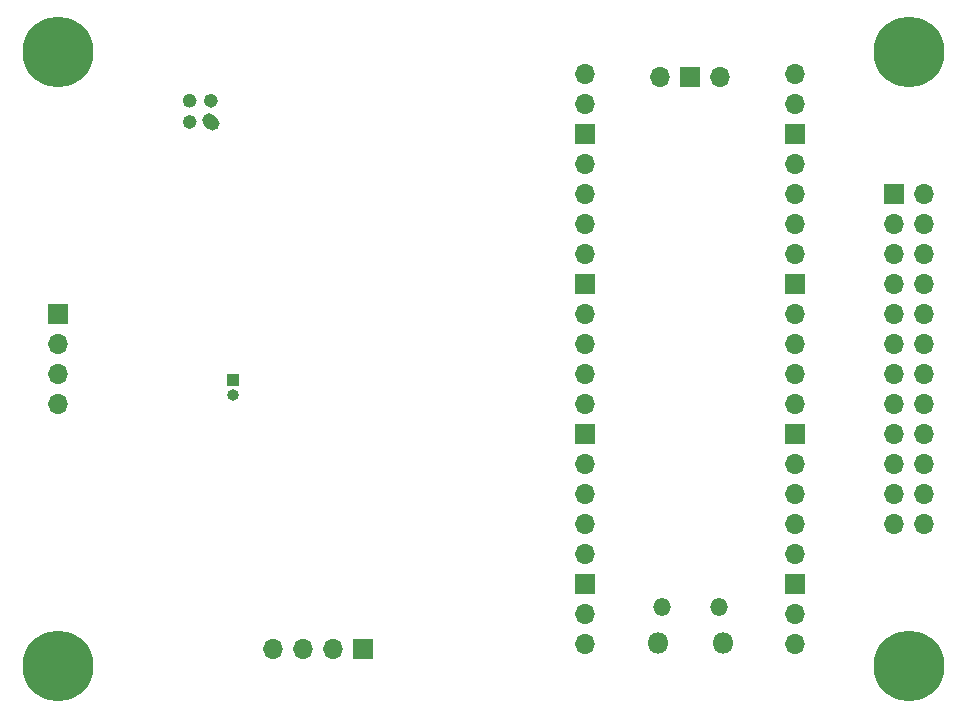
<source format=gbr>
%TF.GenerationSoftware,KiCad,Pcbnew,(5.1.10)-1*%
%TF.CreationDate,2021-08-08T16:35:40+05:30*%
%TF.ProjectId,Multislope IIA,4d756c74-6973-46c6-9f70-65204949412e,rev?*%
%TF.SameCoordinates,Original*%
%TF.FileFunction,Soldermask,Bot*%
%TF.FilePolarity,Negative*%
%FSLAX46Y46*%
G04 Gerber Fmt 4.6, Leading zero omitted, Abs format (unit mm)*
G04 Created by KiCad (PCBNEW (5.1.10)-1) date 2021-08-08 16:35:40*
%MOMM*%
%LPD*%
G01*
G04 APERTURE LIST*
%ADD10O,1.700000X1.700000*%
%ADD11R,1.700000X1.700000*%
%ADD12O,1.000000X1.000000*%
%ADD13R,1.000000X1.000000*%
%ADD14O,1.500000X1.500000*%
%ADD15O,1.800000X1.800000*%
%ADD16C,0.800000*%
%ADD17C,6.000000*%
G04 APERTURE END LIST*
D10*
%TO.C,J3*%
X187250000Y-113940000D03*
X184710000Y-113940000D03*
X187250000Y-111400000D03*
X184710000Y-111400000D03*
X187250000Y-108860000D03*
X184710000Y-108860000D03*
X187250000Y-106320000D03*
X184710000Y-106320000D03*
X187250000Y-103780000D03*
X184710000Y-103780000D03*
X187250000Y-101240000D03*
X184710000Y-101240000D03*
X187250000Y-98700000D03*
X184710000Y-98700000D03*
X187250000Y-96160000D03*
X184710000Y-96160000D03*
X187250000Y-93620000D03*
X184710000Y-93620000D03*
X187250000Y-91080000D03*
X184710000Y-91080000D03*
X187250000Y-88540000D03*
X184710000Y-88540000D03*
X187250000Y-86000000D03*
D11*
X184710000Y-86000000D03*
%TD*%
D10*
%TO.C,J1*%
X114000000Y-103750000D03*
X114000000Y-101210000D03*
X114000000Y-98670000D03*
D11*
X114000000Y-96130000D03*
%TD*%
D12*
%TO.C,J5*%
X128750000Y-103020000D03*
D13*
X128750000Y-101750000D03*
%TD*%
%TO.C,IC1*%
G36*
G01*
X125526238Y-80322290D02*
X125526238Y-80322290D01*
G75*
G02*
X124677710Y-80322290I-424264J424264D01*
G01*
X124677710Y-80322290D01*
G75*
G02*
X124677710Y-79473762I424264J424264D01*
G01*
X124677710Y-79473762D01*
G75*
G02*
X125526238Y-79473762I424264J-424264D01*
G01*
X125526238Y-79473762D01*
G75*
G02*
X125526238Y-80322290I-424264J-424264D01*
G01*
G37*
G36*
G01*
X125526238Y-78526238D02*
X125526238Y-78526238D01*
G75*
G02*
X124677710Y-78526238I-424264J424264D01*
G01*
X124677710Y-78526238D01*
G75*
G02*
X124677710Y-77677710I424264J424264D01*
G01*
X124677710Y-77677710D01*
G75*
G02*
X125526238Y-77677710I424264J-424264D01*
G01*
X125526238Y-77677710D01*
G75*
G02*
X125526238Y-78526238I-424264J-424264D01*
G01*
G37*
G36*
G01*
X127322290Y-78526238D02*
X127322290Y-78526238D01*
G75*
G02*
X126473762Y-78526238I-424264J424264D01*
G01*
X126473762Y-78526238D01*
G75*
G02*
X126473762Y-77677710I424264J424264D01*
G01*
X126473762Y-77677710D01*
G75*
G02*
X127322290Y-77677710I424264J-424264D01*
G01*
X127322290Y-77677710D01*
G75*
G02*
X127322290Y-78526238I-424264J-424264D01*
G01*
G37*
G36*
G01*
X127463711Y-80463711D02*
X127463711Y-80463711D01*
G75*
G02*
X126615183Y-80463711I-424264J424264D01*
G01*
X126332341Y-80180869D01*
G75*
G02*
X126332341Y-79332341I424264J424264D01*
G01*
X126332341Y-79332341D01*
G75*
G02*
X127180869Y-79332341I424264J-424264D01*
G01*
X127463711Y-79615183D01*
G75*
G02*
X127463711Y-80463711I-424264J-424264D01*
G01*
G37*
%TD*%
D10*
%TO.C,U4*%
X164960000Y-76100000D03*
D11*
X167500000Y-76100000D03*
D10*
X170040000Y-76100000D03*
D14*
X165075000Y-120970000D03*
X169925000Y-120970000D03*
D15*
X164775000Y-124000000D03*
X170225000Y-124000000D03*
D10*
X158610000Y-124130000D03*
X158610000Y-121590000D03*
D11*
X158610000Y-119050000D03*
D10*
X158610000Y-116510000D03*
X158610000Y-113970000D03*
X158610000Y-111430000D03*
X158610000Y-108890000D03*
D11*
X158610000Y-106350000D03*
D10*
X158610000Y-103810000D03*
X158610000Y-101270000D03*
X158610000Y-98730000D03*
X158610000Y-96190000D03*
D11*
X158610000Y-93650000D03*
D10*
X158610000Y-91110000D03*
X158610000Y-88570000D03*
X158610000Y-86030000D03*
X158610000Y-83490000D03*
D11*
X158610000Y-80950000D03*
D10*
X158610000Y-78410000D03*
X158610000Y-75870000D03*
X176390000Y-75870000D03*
X176390000Y-78410000D03*
D11*
X176390000Y-80950000D03*
D10*
X176390000Y-83490000D03*
X176390000Y-86030000D03*
X176390000Y-88570000D03*
X176390000Y-91110000D03*
D11*
X176390000Y-93650000D03*
D10*
X176390000Y-96190000D03*
X176390000Y-98730000D03*
X176390000Y-101270000D03*
X176390000Y-103810000D03*
D11*
X176390000Y-106350000D03*
D10*
X176390000Y-108890000D03*
X176390000Y-111430000D03*
X176390000Y-113970000D03*
X176390000Y-116510000D03*
D11*
X176390000Y-119050000D03*
D10*
X176390000Y-121590000D03*
X176390000Y-124130000D03*
%TD*%
%TO.C,J2*%
X132130000Y-124500000D03*
X134670000Y-124500000D03*
X137210000Y-124500000D03*
D11*
X139750000Y-124500000D03*
%TD*%
D16*
%TO.C,H4*%
X187590990Y-72409010D03*
X186000000Y-71750000D03*
X184409010Y-72409010D03*
X183750000Y-74000000D03*
X184409010Y-75590990D03*
X186000000Y-76250000D03*
X187590990Y-75590990D03*
X188250000Y-74000000D03*
D17*
X186000000Y-74000000D03*
%TD*%
D16*
%TO.C,H3*%
X187590990Y-124409010D03*
X186000000Y-123750000D03*
X184409010Y-124409010D03*
X183750000Y-126000000D03*
X184409010Y-127590990D03*
X186000000Y-128250000D03*
X187590990Y-127590990D03*
X188250000Y-126000000D03*
D17*
X186000000Y-126000000D03*
%TD*%
D16*
%TO.C,H2*%
X115590990Y-124409010D03*
X114000000Y-123750000D03*
X112409010Y-124409010D03*
X111750000Y-126000000D03*
X112409010Y-127590990D03*
X114000000Y-128250000D03*
X115590990Y-127590990D03*
X116250000Y-126000000D03*
D17*
X114000000Y-126000000D03*
%TD*%
D16*
%TO.C,H1*%
X115590990Y-72409010D03*
X114000000Y-71750000D03*
X112409010Y-72409010D03*
X111750000Y-74000000D03*
X112409010Y-75590990D03*
X114000000Y-76250000D03*
X115590990Y-75590990D03*
X116250000Y-74000000D03*
D17*
X114000000Y-74000000D03*
%TD*%
M02*

</source>
